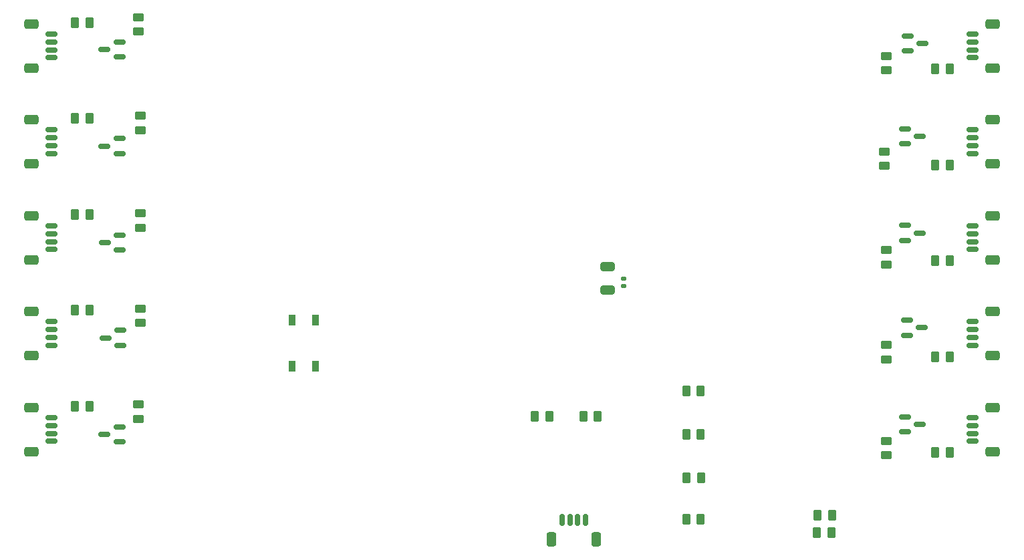
<source format=gbr>
%TF.GenerationSoftware,KiCad,Pcbnew,8.0.1-8.0.1-1~ubuntu22.04.1*%
%TF.CreationDate,2024-05-04T15:14:31+02:00*%
%TF.ProjectId,elec,656c6563-2e6b-4696-9361-645f70636258,v1*%
%TF.SameCoordinates,Original*%
%TF.FileFunction,Paste,Top*%
%TF.FilePolarity,Positive*%
%FSLAX46Y46*%
G04 Gerber Fmt 4.6, Leading zero omitted, Abs format (unit mm)*
G04 Created by KiCad (PCBNEW 8.0.1-8.0.1-1~ubuntu22.04.1) date 2024-05-04 15:14:31*
%MOMM*%
%LPD*%
G01*
G04 APERTURE LIST*
G04 Aperture macros list*
%AMRoundRect*
0 Rectangle with rounded corners*
0 $1 Rounding radius*
0 $2 $3 $4 $5 $6 $7 $8 $9 X,Y pos of 4 corners*
0 Add a 4 corners polygon primitive as box body*
4,1,4,$2,$3,$4,$5,$6,$7,$8,$9,$2,$3,0*
0 Add four circle primitives for the rounded corners*
1,1,$1+$1,$2,$3*
1,1,$1+$1,$4,$5*
1,1,$1+$1,$6,$7*
1,1,$1+$1,$8,$9*
0 Add four rect primitives between the rounded corners*
20,1,$1+$1,$2,$3,$4,$5,0*
20,1,$1+$1,$4,$5,$6,$7,0*
20,1,$1+$1,$6,$7,$8,$9,0*
20,1,$1+$1,$8,$9,$2,$3,0*%
G04 Aperture macros list end*
%ADD10RoundRect,0.150000X-0.587500X-0.150000X0.587500X-0.150000X0.587500X0.150000X-0.587500X0.150000X0*%
%ADD11RoundRect,0.150000X0.625000X-0.150000X0.625000X0.150000X-0.625000X0.150000X-0.625000X-0.150000X0*%
%ADD12RoundRect,0.250000X0.650000X-0.350000X0.650000X0.350000X-0.650000X0.350000X-0.650000X-0.350000X0*%
%ADD13RoundRect,0.150000X-0.625000X0.150000X-0.625000X-0.150000X0.625000X-0.150000X0.625000X0.150000X0*%
%ADD14RoundRect,0.250000X-0.650000X0.350000X-0.650000X-0.350000X0.650000X-0.350000X0.650000X0.350000X0*%
%ADD15RoundRect,0.250000X0.262500X0.450000X-0.262500X0.450000X-0.262500X-0.450000X0.262500X-0.450000X0*%
%ADD16RoundRect,0.250000X-0.450000X0.262500X-0.450000X-0.262500X0.450000X-0.262500X0.450000X0.262500X0*%
%ADD17R,0.900000X1.350000*%
%ADD18RoundRect,0.250000X-0.262500X-0.450000X0.262500X-0.450000X0.262500X0.450000X-0.262500X0.450000X0*%
%ADD19RoundRect,0.150000X0.587500X0.150000X-0.587500X0.150000X-0.587500X-0.150000X0.587500X-0.150000X0*%
%ADD20RoundRect,0.250000X0.450000X-0.262500X0.450000X0.262500X-0.450000X0.262500X-0.450000X-0.262500X0*%
%ADD21RoundRect,0.150000X0.150000X0.625000X-0.150000X0.625000X-0.150000X-0.625000X0.150000X-0.625000X0*%
%ADD22RoundRect,0.250000X0.350000X0.650000X-0.350000X0.650000X-0.350000X-0.650000X0.350000X-0.650000X0*%
%ADD23RoundRect,0.250000X-0.650000X0.325000X-0.650000X-0.325000X0.650000X-0.325000X0.650000X0.325000X0*%
%ADD24RoundRect,0.140000X-0.170000X0.140000X-0.170000X-0.140000X0.170000X-0.140000X0.170000X0.140000X0*%
G04 APERTURE END LIST*
D10*
%TO.C,Q7*%
X136625000Y-46800000D03*
X136625000Y-48700000D03*
X138500000Y-47750000D03*
%TD*%
%TO.C,Q10*%
X136625000Y-83300000D03*
X136625000Y-85200000D03*
X138500000Y-84250000D03*
%TD*%
D11*
%TO.C,J4*%
X28525000Y-49950000D03*
X28525000Y-48950000D03*
X28525000Y-47950000D03*
X28525000Y-46950000D03*
D12*
X26000000Y-51250000D03*
X26000000Y-45650000D03*
%TD*%
D13*
%TO.C,J12*%
X145225000Y-83400000D03*
X145225000Y-84400000D03*
X145225000Y-85400000D03*
X145225000Y-86400000D03*
D14*
X147750000Y-82100000D03*
X147750000Y-87700000D03*
%TD*%
D10*
%TO.C,Q8*%
X136625000Y-59050000D03*
X136625000Y-60950000D03*
X138500000Y-60000000D03*
%TD*%
D15*
%TO.C,R5*%
X127412500Y-95750000D03*
X125587500Y-95750000D03*
%TD*%
D11*
%TO.C,J6*%
X28525000Y-74250000D03*
X28525000Y-73250000D03*
X28525000Y-72250000D03*
X28525000Y-71250000D03*
D12*
X26000000Y-75550000D03*
X26000000Y-69950000D03*
%TD*%
D16*
%TO.C,R27*%
X134250000Y-86337500D03*
X134250000Y-88162500D03*
%TD*%
D13*
%TO.C,J10*%
X145225000Y-59100000D03*
X145225000Y-60100000D03*
X145225000Y-61100000D03*
X145225000Y-62100000D03*
D14*
X147750000Y-57800000D03*
X147750000Y-63400000D03*
%TD*%
D17*
%TO.C,SW1*%
X62000000Y-76925000D03*
X62000000Y-71075000D03*
X59000000Y-76925000D03*
X59000000Y-71075000D03*
%TD*%
D18*
%TO.C,R7*%
X89775000Y-83250000D03*
X91600000Y-83250000D03*
%TD*%
%TO.C,R12*%
X31500000Y-45500000D03*
X33325000Y-45500000D03*
%TD*%
D19*
%TO.C,Q3*%
X37187500Y-62150000D03*
X37187500Y-60250000D03*
X35312500Y-61200000D03*
%TD*%
%TO.C,Q5*%
X37125000Y-86450000D03*
X37125000Y-84550000D03*
X35250000Y-85500000D03*
%TD*%
D15*
%TO.C,R3*%
X110750000Y-80000000D03*
X108925000Y-80000000D03*
%TD*%
%TO.C,R20*%
X142300000Y-39250000D03*
X140475000Y-39250000D03*
%TD*%
D11*
%TO.C,J3*%
X28525000Y-37800000D03*
X28525000Y-36800000D03*
X28525000Y-35800000D03*
X28525000Y-34800000D03*
D12*
X26000000Y-39100000D03*
X26000000Y-33500000D03*
%TD*%
D19*
%TO.C,Q1*%
X37125000Y-37700000D03*
X37125000Y-35800000D03*
X35250000Y-36750000D03*
%TD*%
D15*
%TO.C,R2*%
X110750000Y-85500000D03*
X108925000Y-85500000D03*
%TD*%
%TO.C,R26*%
X142300000Y-75700000D03*
X140475000Y-75700000D03*
%TD*%
D20*
%TO.C,R15*%
X39750000Y-71412500D03*
X39750000Y-69587500D03*
%TD*%
D15*
%TO.C,R22*%
X142300000Y-51400000D03*
X140475000Y-51400000D03*
%TD*%
D21*
%TO.C,J2*%
X96200000Y-96325000D03*
X95200000Y-96325000D03*
X94200000Y-96325000D03*
X93200000Y-96325000D03*
D22*
X97500000Y-98850000D03*
X91900000Y-98850000D03*
%TD*%
D11*
%TO.C,J7*%
X28525000Y-86400000D03*
X28525000Y-85400000D03*
X28525000Y-84400000D03*
X28525000Y-83400000D03*
D12*
X26000000Y-87700000D03*
X26000000Y-82100000D03*
%TD*%
D18*
%TO.C,R16*%
X31500000Y-69800000D03*
X33325000Y-69800000D03*
%TD*%
D10*
%TO.C,Q9*%
X136875000Y-71050000D03*
X136875000Y-72950000D03*
X138750000Y-72000000D03*
%TD*%
D15*
%TO.C,R24*%
X142300000Y-63550000D03*
X140475000Y-63550000D03*
%TD*%
D13*
%TO.C,J9*%
X145225000Y-46950000D03*
X145225000Y-47950000D03*
X145225000Y-48950000D03*
X145225000Y-49950000D03*
D14*
X147750000Y-45650000D03*
X147750000Y-51250000D03*
%TD*%
D10*
%TO.C,Q6*%
X136950000Y-35050000D03*
X136950000Y-36950000D03*
X138825000Y-36000000D03*
%TD*%
D19*
%TO.C,Q4*%
X37250000Y-74250000D03*
X37250000Y-72350000D03*
X35375000Y-73300000D03*
%TD*%
D15*
%TO.C,R1*%
X110825000Y-91000000D03*
X109000000Y-91000000D03*
%TD*%
D23*
%TO.C,C2*%
X99000000Y-64250000D03*
X99000000Y-67200000D03*
%TD*%
D11*
%TO.C,J5*%
X28525000Y-62100000D03*
X28525000Y-61100000D03*
X28525000Y-60100000D03*
X28525000Y-59100000D03*
D12*
X26000000Y-63400000D03*
X26000000Y-57800000D03*
%TD*%
D13*
%TO.C,J11*%
X145225000Y-71250000D03*
X145225000Y-72250000D03*
X145225000Y-73250000D03*
X145225000Y-74250000D03*
D14*
X147750000Y-69950000D03*
X147750000Y-75550000D03*
%TD*%
D20*
%TO.C,R17*%
X39500000Y-83575000D03*
X39500000Y-81750000D03*
%TD*%
%TO.C,R9*%
X39500000Y-34500000D03*
X39500000Y-32675000D03*
%TD*%
D16*
%TO.C,R19*%
X134250000Y-37587500D03*
X134250000Y-39412500D03*
%TD*%
%TO.C,R23*%
X134250000Y-62175000D03*
X134250000Y-64000000D03*
%TD*%
D18*
%TO.C,R4*%
X108925000Y-96250000D03*
X110750000Y-96250000D03*
%TD*%
%TO.C,R14*%
X31500000Y-57650000D03*
X33325000Y-57650000D03*
%TD*%
D16*
%TO.C,R25*%
X134250000Y-74175000D03*
X134250000Y-76000000D03*
%TD*%
D19*
%TO.C,Q2*%
X37125000Y-49950000D03*
X37125000Y-48050000D03*
X35250000Y-49000000D03*
%TD*%
D15*
%TO.C,R6*%
X127325000Y-98000000D03*
X125500000Y-98000000D03*
%TD*%
D16*
%TO.C,R21*%
X134000000Y-49675000D03*
X134000000Y-51500000D03*
%TD*%
D20*
%TO.C,R13*%
X39750000Y-59325000D03*
X39750000Y-57500000D03*
%TD*%
D15*
%TO.C,R28*%
X142300000Y-87850000D03*
X140475000Y-87850000D03*
%TD*%
%TO.C,R8*%
X97725000Y-83200000D03*
X95900000Y-83200000D03*
%TD*%
D18*
%TO.C,R10*%
X31500000Y-33350000D03*
X33325000Y-33350000D03*
%TD*%
D24*
%TO.C,C1*%
X101000000Y-65790000D03*
X101000000Y-66750000D03*
%TD*%
D13*
%TO.C,J8*%
X145225000Y-34800000D03*
X145225000Y-35800000D03*
X145225000Y-36800000D03*
X145225000Y-37800000D03*
D14*
X147750000Y-33500000D03*
X147750000Y-39100000D03*
%TD*%
D18*
%TO.C,R18*%
X31500000Y-81950000D03*
X33325000Y-81950000D03*
%TD*%
D20*
%TO.C,R11*%
X39750000Y-47000000D03*
X39750000Y-45175000D03*
%TD*%
M02*

</source>
